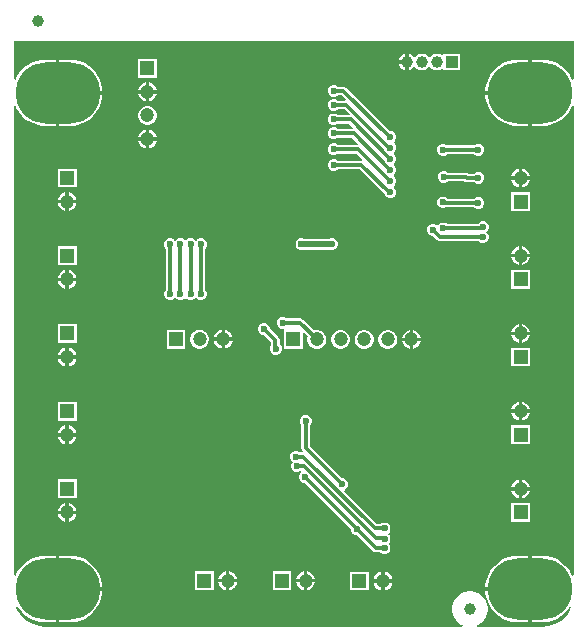
<source format=gbl>
G04*
G04 #@! TF.GenerationSoftware,Altium Limited,Altium Designer,21.8.1 (53)*
G04*
G04 Layer_Physical_Order=2*
G04 Layer_Color=16711680*
%FSLAX44Y44*%
%MOMM*%
G71*
G04*
G04 #@! TF.SameCoordinates,E292F7DC-635B-41A5-9E53-70443CF81A2D*
G04*
G04*
G04 #@! TF.FilePolarity,Positive*
G04*
G01*
G75*
%ADD21R,1.0000X1.0000*%
%ADD40C,0.3000*%
%ADD41C,0.5000*%
%ADD43R,1.2000X1.2000*%
%ADD44C,1.2000*%
%ADD45C,1.0000*%
%ADD46R,1.2000X1.2000*%
%ADD47O,7.2000X5.2000*%
%ADD48C,0.6000*%
G36*
X436941Y11444D02*
X435671Y11192D01*
X435025Y12751D01*
X432723Y16509D01*
X429860Y19860D01*
X426509Y22722D01*
X422751Y25025D01*
X418679Y26712D01*
X414394Y27741D01*
X410000Y28087D01*
X401500D01*
Y0D01*
Y-28087D01*
X410000D01*
X414394Y-27741D01*
X418679Y-26712D01*
X422751Y-25025D01*
X426509Y-22722D01*
X429860Y-19860D01*
X432723Y-16509D01*
X435025Y-12751D01*
X435671Y-11192D01*
X436941Y-11444D01*
Y-408556D01*
X435671Y-408808D01*
X435025Y-407249D01*
X432723Y-403491D01*
X429860Y-400140D01*
X426509Y-397277D01*
X422751Y-394975D01*
X418679Y-393288D01*
X414394Y-392259D01*
X410000Y-391913D01*
X401500D01*
Y-420000D01*
Y-448087D01*
X410000D01*
X414394Y-447741D01*
X418679Y-446712D01*
X422751Y-445025D01*
X426509Y-442723D01*
X429860Y-439860D01*
X432723Y-436509D01*
X433821Y-434716D01*
X434956Y-435294D01*
X434062Y-437454D01*
X431884Y-441008D01*
X429177Y-444177D01*
X426008Y-446884D01*
X422454Y-449062D01*
X418603Y-450657D01*
X414550Y-451630D01*
X410595Y-451941D01*
X410194D01*
X410076Y-451932D01*
X410076Y-451941D01*
X355444D01*
X355192Y-450671D01*
X356105Y-450293D01*
X358562Y-448651D01*
X360651Y-446562D01*
X362293Y-444105D01*
X363424Y-441375D01*
X364000Y-438477D01*
Y-435523D01*
X363424Y-432625D01*
X362293Y-429895D01*
X360651Y-427438D01*
X358562Y-425349D01*
X356105Y-423707D01*
X353375Y-422576D01*
X350477Y-422000D01*
X347523D01*
X344625Y-422576D01*
X341895Y-423707D01*
X339438Y-425349D01*
X337349Y-427438D01*
X335707Y-429895D01*
X334576Y-432625D01*
X334000Y-435523D01*
Y-438477D01*
X334576Y-441375D01*
X335707Y-444105D01*
X337349Y-446562D01*
X339438Y-448651D01*
X341895Y-450293D01*
X342808Y-450671D01*
X342556Y-451941D01*
X-8777D01*
X-10037Y-451932D01*
X-11282Y-451884D01*
X-14511Y-451630D01*
X-18564Y-450657D01*
X-22415Y-449062D01*
X-25969Y-446884D01*
X-29138Y-444177D01*
X-31845Y-441008D01*
X-34023Y-437454D01*
X-34836Y-435491D01*
X-33701Y-434912D01*
X-32722Y-436509D01*
X-29860Y-439860D01*
X-26509Y-442723D01*
X-22751Y-445025D01*
X-18679Y-446712D01*
X-14394Y-447741D01*
X-10000Y-448087D01*
X-1500D01*
Y-420000D01*
Y-391913D01*
X-10000D01*
X-14394Y-392259D01*
X-18679Y-393288D01*
X-22751Y-394975D01*
X-26509Y-397277D01*
X-29860Y-400140D01*
X-32722Y-403491D01*
X-35025Y-407249D01*
X-35671Y-408808D01*
X-36941Y-408556D01*
Y-11444D01*
X-35671Y-11192D01*
X-35025Y-12751D01*
X-32722Y-16509D01*
X-29860Y-19860D01*
X-26509Y-22722D01*
X-22751Y-25025D01*
X-18679Y-26712D01*
X-14394Y-27741D01*
X-10000Y-28087D01*
X-1500D01*
Y0D01*
Y28087D01*
X-10000D01*
X-14394Y27741D01*
X-18679Y26712D01*
X-22751Y25025D01*
X-26509Y22722D01*
X-29860Y19860D01*
X-32722Y16509D01*
X-35025Y12751D01*
X-35671Y11192D01*
X-36941Y11444D01*
Y43750D01*
X436941D01*
Y11444D01*
D02*
G37*
%LPC*%
G36*
X340700Y33250D02*
X326700D01*
Y32246D01*
X325430Y31720D01*
X325298Y31851D01*
X323702Y32773D01*
X321922Y33250D01*
X320078D01*
X318298Y32773D01*
X316702Y31851D01*
X315399Y30548D01*
X315285Y30351D01*
X314015D01*
X313901Y30548D01*
X312598Y31851D01*
X311002Y32773D01*
X309222Y33250D01*
X307378D01*
X305598Y32773D01*
X304002Y31851D01*
X302699Y30548D01*
X302585Y30351D01*
X301315D01*
X301201Y30548D01*
X299898Y31851D01*
X298302Y32773D01*
X297100Y33095D01*
Y26250D01*
X295600D01*
D01*
X297100D01*
Y19405D01*
X298302Y19727D01*
X299898Y20649D01*
X301201Y21952D01*
X301315Y22149D01*
X302585D01*
X302699Y21952D01*
X304002Y20649D01*
X305598Y19727D01*
X307378Y19250D01*
X309222D01*
X311002Y19727D01*
X312598Y20649D01*
X313901Y21952D01*
X314015Y22149D01*
X315285D01*
X315399Y21952D01*
X316702Y20649D01*
X318298Y19727D01*
X320078Y19250D01*
X321922D01*
X323702Y19727D01*
X325298Y20649D01*
X325430Y20781D01*
X326700Y20254D01*
Y19250D01*
X340700D01*
Y33250D01*
D02*
G37*
G36*
X294100Y33095D02*
X292898Y32773D01*
X291302Y31851D01*
X289999Y30548D01*
X289077Y28952D01*
X288755Y27750D01*
X294100D01*
Y33095D01*
D02*
G37*
G36*
Y24750D02*
X288755D01*
X289077Y23548D01*
X289999Y21952D01*
X291302Y20649D01*
X292898Y19727D01*
X294100Y19405D01*
Y24750D01*
D02*
G37*
G36*
X84000Y29000D02*
X68000D01*
Y13000D01*
X84000D01*
Y29000D01*
D02*
G37*
G36*
X77500Y8880D02*
Y2500D01*
X83880D01*
X83455Y4088D01*
X82402Y5912D01*
X80912Y7402D01*
X79088Y8455D01*
X77500Y8880D01*
D02*
G37*
G36*
X74500Y8880D02*
X72912Y8455D01*
X71088Y7402D01*
X69598Y5912D01*
X68545Y4088D01*
X68120Y2500D01*
X74500D01*
Y8880D01*
D02*
G37*
G36*
X10000Y28087D02*
X1500D01*
Y1500D01*
X37968D01*
X37741Y4394D01*
X36712Y8679D01*
X35025Y12751D01*
X32722Y16509D01*
X29860Y19860D01*
X26509Y22722D01*
X22751Y25025D01*
X18679Y26712D01*
X14394Y27741D01*
X10000Y28087D01*
D02*
G37*
G36*
X398500D02*
X390000D01*
X385606Y27741D01*
X381321Y26712D01*
X377249Y25025D01*
X373491Y22722D01*
X370140Y19860D01*
X367277Y16509D01*
X364975Y12751D01*
X363288Y8679D01*
X362259Y4394D01*
X362032Y1500D01*
X398500D01*
Y28087D01*
D02*
G37*
G36*
X234745Y6750D02*
X232755D01*
X230918Y5989D01*
X229511Y4582D01*
X228750Y2745D01*
Y755D01*
X229511Y-1082D01*
X230918Y-2489D01*
X232755Y-3250D01*
X234745D01*
X236582Y-2489D01*
X237253Y-1819D01*
X240522D01*
X243865Y-5161D01*
X243339Y-6431D01*
X237253D01*
X236582Y-5761D01*
X234745Y-5000D01*
X232755D01*
X230918Y-5761D01*
X229511Y-7168D01*
X228750Y-9005D01*
Y-10995D01*
X229511Y-12832D01*
X230918Y-14239D01*
X232755Y-15000D01*
X234745D01*
X236582Y-14239D01*
X237253Y-13569D01*
X243079D01*
X247269Y-17758D01*
X246783Y-18931D01*
X237253D01*
X236582Y-18261D01*
X234745Y-17500D01*
X232755D01*
X230918Y-18261D01*
X229511Y-19668D01*
X228750Y-21505D01*
Y-23495D01*
X229511Y-25332D01*
X230918Y-26739D01*
X232755Y-27500D01*
X234745D01*
X236582Y-26739D01*
X237253Y-26069D01*
X247022D01*
X250365Y-29411D01*
X249839Y-30681D01*
X237253D01*
X236582Y-30011D01*
X234745Y-29250D01*
X232755D01*
X230918Y-30011D01*
X229511Y-31418D01*
X228750Y-33255D01*
Y-35245D01*
X229511Y-37082D01*
X230918Y-38489D01*
X232755Y-39250D01*
X234745D01*
X236582Y-38489D01*
X237253Y-37819D01*
X249522D01*
X254660Y-42957D01*
X254458Y-43658D01*
X254089Y-44181D01*
X237253D01*
X236582Y-43511D01*
X234745Y-42750D01*
X232755D01*
X230918Y-43511D01*
X229511Y-44918D01*
X228750Y-46755D01*
Y-48745D01*
X229511Y-50582D01*
X230918Y-51989D01*
X232755Y-52750D01*
X234745D01*
X236582Y-51989D01*
X237253Y-51319D01*
X252829D01*
X257746Y-56235D01*
X257349Y-57192D01*
X257146Y-57431D01*
X237253D01*
X236582Y-56761D01*
X234745Y-56000D01*
X232755D01*
X230918Y-56761D01*
X229511Y-58168D01*
X228750Y-60005D01*
Y-61995D01*
X229511Y-63832D01*
X230918Y-65239D01*
X232755Y-66000D01*
X234745D01*
X236582Y-65239D01*
X237253Y-64569D01*
X255772D01*
X276964Y-85760D01*
X277511Y-87082D01*
X278918Y-88489D01*
X280755Y-89250D01*
X282745D01*
X284582Y-88489D01*
X285989Y-87082D01*
X286750Y-85245D01*
Y-83255D01*
X285989Y-81418D01*
X284899Y-80328D01*
X284700Y-79548D01*
X284899Y-78768D01*
X285989Y-77678D01*
X286750Y-75841D01*
Y-73852D01*
X285989Y-72014D01*
X284582Y-70607D01*
X284463Y-70558D01*
Y-69288D01*
X284582Y-69239D01*
X285989Y-67832D01*
X286750Y-65995D01*
Y-64005D01*
X285989Y-62168D01*
X285008Y-61187D01*
X284720Y-60375D01*
X285008Y-59563D01*
X285989Y-58582D01*
X286750Y-56745D01*
Y-54755D01*
X285989Y-52918D01*
X284852Y-51781D01*
X284688Y-51014D01*
X284852Y-50248D01*
X285989Y-49111D01*
X286750Y-47273D01*
Y-45284D01*
X285989Y-43446D01*
X285261Y-42719D01*
X284687Y-41889D01*
X285261Y-41060D01*
X285989Y-40332D01*
X286750Y-38495D01*
Y-36505D01*
X285989Y-34668D01*
X284582Y-33261D01*
X282745Y-32500D01*
X281297D01*
X244523Y4273D01*
X243366Y5047D01*
X242000Y5319D01*
X237253D01*
X236582Y5989D01*
X234745Y6750D01*
D02*
G37*
G36*
X83880Y-500D02*
X77500D01*
Y-6880D01*
X79088Y-6455D01*
X80912Y-5402D01*
X82402Y-3912D01*
X83455Y-2088D01*
X83880Y-500D01*
D02*
G37*
G36*
X74500D02*
X68120D01*
X68545Y-2088D01*
X69598Y-3912D01*
X71088Y-5402D01*
X72912Y-6455D01*
X74500Y-6880D01*
Y-500D01*
D02*
G37*
G36*
X77053Y-11000D02*
X74947D01*
X72912Y-11545D01*
X71088Y-12598D01*
X69598Y-14088D01*
X68545Y-15912D01*
X68000Y-17947D01*
Y-20053D01*
X68545Y-22088D01*
X69598Y-23912D01*
X71088Y-25402D01*
X72912Y-26455D01*
X74947Y-27000D01*
X77053D01*
X79088Y-26455D01*
X80912Y-25402D01*
X82402Y-23912D01*
X83455Y-22088D01*
X84000Y-20053D01*
Y-17947D01*
X83455Y-15912D01*
X82402Y-14088D01*
X80912Y-12598D01*
X79088Y-11545D01*
X77053Y-11000D01*
D02*
G37*
G36*
X398500Y-1500D02*
X362031D01*
X362259Y-4394D01*
X363288Y-8679D01*
X364975Y-12751D01*
X367277Y-16509D01*
X370140Y-19860D01*
X373491Y-22722D01*
X377249Y-25025D01*
X381321Y-26712D01*
X385606Y-27741D01*
X390000Y-28087D01*
X398500D01*
Y-1500D01*
D02*
G37*
G36*
X37969D02*
X1500D01*
Y-28087D01*
X10000D01*
X14394Y-27741D01*
X18679Y-26712D01*
X22751Y-25025D01*
X26509Y-22722D01*
X29860Y-19860D01*
X32722Y-16509D01*
X35025Y-12751D01*
X36712Y-8679D01*
X37741Y-4394D01*
X37969Y-1500D01*
D02*
G37*
G36*
X77500Y-31120D02*
Y-37500D01*
X83880D01*
X83455Y-35912D01*
X82402Y-34088D01*
X80912Y-32598D01*
X79088Y-31545D01*
X77500Y-31120D01*
D02*
G37*
G36*
X74500D02*
X72912Y-31545D01*
X71088Y-32598D01*
X69598Y-34088D01*
X68545Y-35912D01*
X68120Y-37500D01*
X74500D01*
Y-31120D01*
D02*
G37*
G36*
X357244Y-43000D02*
X355255D01*
X353418Y-43761D01*
X352747Y-44432D01*
X330003D01*
X329332Y-43761D01*
X327495Y-43000D01*
X325505D01*
X323668Y-43761D01*
X322261Y-45168D01*
X321500Y-47006D01*
Y-48995D01*
X322261Y-50832D01*
X323668Y-52239D01*
X325505Y-53000D01*
X327495D01*
X329332Y-52239D01*
X330003Y-51569D01*
X352747D01*
X353418Y-52239D01*
X355255Y-53000D01*
X357244D01*
X359082Y-52239D01*
X360489Y-50832D01*
X361250Y-48995D01*
Y-47005D01*
X360489Y-45168D01*
X359082Y-43761D01*
X357244Y-43000D01*
D02*
G37*
G36*
X83880Y-40500D02*
X77500D01*
Y-46880D01*
X79088Y-46455D01*
X80912Y-45402D01*
X82402Y-43912D01*
X83455Y-42088D01*
X83880Y-40500D01*
D02*
G37*
G36*
X74500D02*
X68120D01*
X68545Y-42088D01*
X69598Y-43912D01*
X71088Y-45402D01*
X72912Y-46455D01*
X74500Y-46880D01*
Y-40500D01*
D02*
G37*
G36*
X393500Y-64120D02*
Y-70500D01*
X399880D01*
X399455Y-68912D01*
X398402Y-67088D01*
X396912Y-65598D01*
X395088Y-64545D01*
X393500Y-64120D01*
D02*
G37*
G36*
X390500Y-64120D02*
X388912Y-64545D01*
X387088Y-65598D01*
X385598Y-67088D01*
X384545Y-68912D01*
X384120Y-70500D01*
X390500D01*
Y-64120D01*
D02*
G37*
G36*
X327963Y-66000D02*
X325974D01*
X324137Y-66761D01*
X322730Y-68168D01*
X321969Y-70005D01*
Y-71995D01*
X322730Y-73832D01*
X324137Y-75239D01*
X325974Y-76000D01*
X327963D01*
X329801Y-75239D01*
X330221Y-74819D01*
X344044D01*
X345134Y-75547D01*
X346500Y-75819D01*
X353247D01*
X353418Y-75989D01*
X355255Y-76750D01*
X357244D01*
X359082Y-75989D01*
X360489Y-74582D01*
X361250Y-72745D01*
Y-70755D01*
X360489Y-68918D01*
X359082Y-67511D01*
X357244Y-66750D01*
X355255D01*
X353418Y-67511D01*
X352248Y-68681D01*
X347956D01*
X346866Y-67953D01*
X345500Y-67681D01*
X330721D01*
X329801Y-66761D01*
X327963Y-66000D01*
D02*
G37*
G36*
X390500Y-73500D02*
X384120D01*
X384545Y-75088D01*
X385598Y-76912D01*
X387088Y-78402D01*
X388912Y-79455D01*
X390500Y-79880D01*
Y-73500D01*
D02*
G37*
G36*
X399880D02*
X393500D01*
Y-79880D01*
X395088Y-79455D01*
X396912Y-78402D01*
X398402Y-76912D01*
X399455Y-75088D01*
X399880Y-73500D01*
D02*
G37*
G36*
X16000Y-64000D02*
X0D01*
Y-80000D01*
X16000D01*
Y-64000D01*
D02*
G37*
G36*
X9500Y-84120D02*
Y-90500D01*
X15880D01*
X15455Y-88912D01*
X14402Y-87088D01*
X12912Y-85598D01*
X11088Y-84545D01*
X9500Y-84120D01*
D02*
G37*
G36*
X6500Y-84120D02*
X4912Y-84545D01*
X3088Y-85598D01*
X1598Y-87088D01*
X545Y-88912D01*
X120Y-90500D01*
X6500D01*
Y-84120D01*
D02*
G37*
G36*
X327233Y-87750D02*
X325244D01*
X323406Y-88511D01*
X322000Y-89918D01*
X321239Y-91755D01*
Y-93745D01*
X322000Y-95582D01*
X323406Y-96989D01*
X325244Y-97750D01*
X327233D01*
X329071Y-96989D01*
X329443Y-96617D01*
X352449D01*
X353418Y-97585D01*
X355255Y-98346D01*
X357244D01*
X359082Y-97585D01*
X360489Y-96178D01*
X361250Y-94341D01*
Y-92352D01*
X360489Y-90514D01*
X359082Y-89107D01*
X357244Y-88346D01*
X355255D01*
X353418Y-89107D01*
X353046Y-89480D01*
X330039D01*
X329071Y-88511D01*
X327233Y-87750D01*
D02*
G37*
G36*
X6500Y-93500D02*
X120D01*
X545Y-95088D01*
X1598Y-96912D01*
X3088Y-98402D01*
X4912Y-99455D01*
X6500Y-99880D01*
Y-93500D01*
D02*
G37*
G36*
X15880D02*
X9500D01*
Y-99880D01*
X11088Y-99455D01*
X12912Y-98402D01*
X14402Y-96912D01*
X15455Y-95088D01*
X15880Y-93500D01*
D02*
G37*
G36*
X400000Y-84000D02*
X384000D01*
Y-100000D01*
X400000D01*
Y-84000D01*
D02*
G37*
G36*
X361245Y-108750D02*
X359255D01*
X357418Y-109511D01*
X356011Y-110918D01*
X355902Y-111181D01*
X330003D01*
X329332Y-110511D01*
X327495Y-109750D01*
X325505D01*
X323668Y-110511D01*
X322261Y-111918D01*
X321200Y-112129D01*
X320582Y-111511D01*
X318745Y-110750D01*
X316755D01*
X314918Y-111511D01*
X313511Y-112918D01*
X312750Y-114755D01*
Y-116745D01*
X313511Y-118582D01*
X314918Y-119989D01*
X316755Y-120750D01*
X317703D01*
X321477Y-124523D01*
X322634Y-125297D01*
X324000Y-125569D01*
X356477D01*
X357032Y-126124D01*
X358870Y-126885D01*
X360859D01*
X362697Y-126124D01*
X364104Y-124718D01*
X364865Y-122880D01*
Y-120891D01*
X364104Y-119053D01*
X363075Y-118025D01*
X363082Y-117989D01*
X364489Y-116582D01*
X365250Y-114745D01*
Y-112755D01*
X364489Y-110918D01*
X363082Y-109511D01*
X361245Y-108750D01*
D02*
G37*
G36*
X232995Y-123000D02*
X231005D01*
X230011Y-123412D01*
X208389D01*
X207395Y-123000D01*
X205406D01*
X203568Y-123761D01*
X202161Y-125168D01*
X201400Y-127005D01*
Y-128995D01*
X202161Y-130832D01*
X203568Y-132239D01*
X205406Y-133000D01*
X207395D01*
X208389Y-132588D01*
X230011D01*
X231005Y-133000D01*
X232995D01*
X234832Y-132239D01*
X236239Y-130832D01*
X237000Y-128995D01*
Y-127005D01*
X236239Y-125168D01*
X234832Y-123761D01*
X232995Y-123000D01*
D02*
G37*
G36*
X122239Y-123250D02*
X120250D01*
X118412Y-124011D01*
X117751Y-124672D01*
X116922Y-125349D01*
X116092Y-124672D01*
X115431Y-124011D01*
X113593Y-123250D01*
X111604D01*
X109767Y-124011D01*
X109106Y-124672D01*
X108276Y-125349D01*
X107446Y-124672D01*
X106785Y-124011D01*
X104948Y-123250D01*
X102959D01*
X101121Y-124011D01*
X100460Y-124672D01*
X99630Y-125349D01*
X98801Y-124672D01*
X98140Y-124011D01*
X96302Y-123250D01*
X94313D01*
X92475Y-124011D01*
X91069Y-125418D01*
X90308Y-127255D01*
Y-129245D01*
X91069Y-131082D01*
X91739Y-131753D01*
Y-166651D01*
X91069Y-167322D01*
X90308Y-169159D01*
Y-171148D01*
X91069Y-172986D01*
X92475Y-174393D01*
X94313Y-175154D01*
X96302D01*
X98140Y-174393D01*
X98801Y-173732D01*
X99630Y-173055D01*
X100460Y-173732D01*
X101121Y-174393D01*
X102959Y-175154D01*
X104948D01*
X106785Y-174393D01*
X107446Y-173732D01*
X108276Y-173055D01*
X109106Y-173732D01*
X109767Y-174393D01*
X111604Y-175154D01*
X113593D01*
X115431Y-174393D01*
X116092Y-173732D01*
X116922Y-173055D01*
X117751Y-173732D01*
X118412Y-174393D01*
X120250Y-175154D01*
X122239D01*
X124077Y-174393D01*
X125483Y-172986D01*
X126244Y-171148D01*
Y-169159D01*
X125483Y-167322D01*
X124813Y-166651D01*
Y-131753D01*
X125483Y-131082D01*
X126244Y-129245D01*
Y-127255D01*
X125483Y-125418D01*
X124077Y-124011D01*
X122239Y-123250D01*
D02*
G37*
G36*
X393500Y-129932D02*
Y-136313D01*
X399880D01*
X399455Y-134725D01*
X398402Y-132900D01*
X396912Y-131411D01*
X395088Y-130358D01*
X393500Y-129932D01*
D02*
G37*
G36*
X390500Y-129932D02*
X388912Y-130358D01*
X387088Y-131411D01*
X385598Y-132900D01*
X384545Y-134725D01*
X384120Y-136313D01*
X390500D01*
Y-129932D01*
D02*
G37*
G36*
Y-139312D02*
X384120D01*
X384545Y-140900D01*
X385598Y-142725D01*
X387088Y-144214D01*
X388912Y-145267D01*
X390500Y-145693D01*
Y-139312D01*
D02*
G37*
G36*
X399880D02*
X393500D01*
Y-145693D01*
X395088Y-145267D01*
X396912Y-144214D01*
X398402Y-142725D01*
X399455Y-140900D01*
X399880Y-139312D01*
D02*
G37*
G36*
X16000Y-129812D02*
X0D01*
Y-145812D01*
X16000D01*
Y-129812D01*
D02*
G37*
G36*
X9500Y-149932D02*
Y-156313D01*
X15880D01*
X15455Y-154725D01*
X14402Y-152900D01*
X12912Y-151411D01*
X11088Y-150358D01*
X9500Y-149932D01*
D02*
G37*
G36*
X6500Y-149932D02*
X4912Y-150358D01*
X3088Y-151411D01*
X1598Y-152900D01*
X545Y-154725D01*
X120Y-156313D01*
X6500D01*
Y-149932D01*
D02*
G37*
G36*
Y-159312D02*
X120D01*
X545Y-160900D01*
X1598Y-162725D01*
X3088Y-164214D01*
X4912Y-165267D01*
X6500Y-165693D01*
Y-159312D01*
D02*
G37*
G36*
X15880D02*
X9500D01*
Y-165693D01*
X11088Y-165267D01*
X12912Y-164214D01*
X14402Y-162725D01*
X15455Y-160900D01*
X15880Y-159312D01*
D02*
G37*
G36*
X400000Y-149812D02*
X384000D01*
Y-165812D01*
X400000D01*
Y-149812D01*
D02*
G37*
G36*
X393500Y-195745D02*
Y-202125D01*
X399880D01*
X399455Y-200537D01*
X398402Y-198713D01*
X396912Y-197223D01*
X395088Y-196170D01*
X393500Y-195745D01*
D02*
G37*
G36*
X390500Y-195745D02*
X388912Y-196170D01*
X387088Y-197223D01*
X385598Y-198713D01*
X384545Y-200537D01*
X384120Y-202125D01*
X390500D01*
Y-195745D01*
D02*
G37*
G36*
X392000Y-203625D02*
D01*
D01*
D01*
D02*
G37*
G36*
X141750Y-200620D02*
Y-207000D01*
X148130D01*
X147705Y-205412D01*
X146652Y-203588D01*
X145162Y-202098D01*
X143338Y-201045D01*
X141750Y-200620D01*
D02*
G37*
G36*
X138750D02*
X137162Y-201045D01*
X135338Y-202098D01*
X133848Y-203588D01*
X132795Y-205412D01*
X132370Y-207000D01*
X138750D01*
Y-200620D01*
D02*
G37*
G36*
X301000Y-200870D02*
Y-207250D01*
X307380D01*
X306955Y-205662D01*
X305902Y-203838D01*
X304412Y-202348D01*
X302588Y-201295D01*
X301000Y-200870D01*
D02*
G37*
G36*
X298000D02*
X296412Y-201295D01*
X294588Y-202348D01*
X293098Y-203838D01*
X292045Y-205662D01*
X291620Y-207250D01*
X298000D01*
Y-200870D01*
D02*
G37*
G36*
X390500Y-205125D02*
X384120D01*
X384545Y-206713D01*
X385598Y-208537D01*
X387088Y-210026D01*
X388912Y-211080D01*
X390500Y-211505D01*
Y-205125D01*
D02*
G37*
G36*
X399880D02*
X393500D01*
Y-211505D01*
X395088Y-211080D01*
X396912Y-210026D01*
X398402Y-208537D01*
X399455Y-206713D01*
X399880Y-205125D01*
D02*
G37*
G36*
X16000Y-195625D02*
X0D01*
Y-211625D01*
X16000D01*
Y-195625D01*
D02*
G37*
G36*
X148130Y-210000D02*
X141750D01*
Y-216380D01*
X143338Y-215955D01*
X145162Y-214902D01*
X146652Y-213412D01*
X147705Y-211588D01*
X148130Y-210000D01*
D02*
G37*
G36*
X138750D02*
X132370D01*
X132795Y-211588D01*
X133848Y-213412D01*
X135338Y-214902D01*
X137162Y-215955D01*
X138750Y-216380D01*
Y-210000D01*
D02*
G37*
G36*
X121303Y-200500D02*
X119197D01*
X117162Y-201045D01*
X115338Y-202098D01*
X113848Y-203588D01*
X112795Y-205412D01*
X112250Y-207447D01*
Y-209553D01*
X112795Y-211588D01*
X113848Y-213412D01*
X115338Y-214902D01*
X117162Y-215955D01*
X119197Y-216500D01*
X121303D01*
X123338Y-215955D01*
X125162Y-214902D01*
X126652Y-213412D01*
X127705Y-211588D01*
X128250Y-209553D01*
Y-207447D01*
X127705Y-205412D01*
X126652Y-203588D01*
X125162Y-202098D01*
X123338Y-201045D01*
X121303Y-200500D01*
D02*
G37*
G36*
X108250D02*
X92250D01*
Y-216500D01*
X108250D01*
Y-200500D01*
D02*
G37*
G36*
X307380Y-210250D02*
X301000D01*
Y-216630D01*
X302588Y-216205D01*
X304412Y-215152D01*
X305902Y-213662D01*
X306955Y-211838D01*
X307380Y-210250D01*
D02*
G37*
G36*
X298000D02*
X291620D01*
X292045Y-211838D01*
X293098Y-213662D01*
X294588Y-215152D01*
X296412Y-216205D01*
X298000Y-216630D01*
Y-210250D01*
D02*
G37*
G36*
X280553Y-200750D02*
X278447D01*
X276412Y-201295D01*
X274588Y-202348D01*
X273098Y-203838D01*
X272045Y-205662D01*
X271500Y-207697D01*
Y-209803D01*
X272045Y-211838D01*
X273098Y-213662D01*
X274588Y-215152D01*
X276412Y-216205D01*
X278447Y-216750D01*
X280553D01*
X282588Y-216205D01*
X284412Y-215152D01*
X285902Y-213662D01*
X286955Y-211838D01*
X287500Y-209803D01*
Y-207697D01*
X286955Y-205662D01*
X285902Y-203838D01*
X284412Y-202348D01*
X282588Y-201295D01*
X280553Y-200750D01*
D02*
G37*
G36*
X260553D02*
X258447D01*
X256412Y-201295D01*
X254588Y-202348D01*
X253098Y-203838D01*
X252045Y-205662D01*
X251500Y-207697D01*
Y-209803D01*
X252045Y-211838D01*
X253098Y-213662D01*
X254588Y-215152D01*
X256412Y-216205D01*
X258447Y-216750D01*
X260553D01*
X262588Y-216205D01*
X264412Y-215152D01*
X265902Y-213662D01*
X266955Y-211838D01*
X267500Y-209803D01*
Y-207697D01*
X266955Y-205662D01*
X265902Y-203838D01*
X264412Y-202348D01*
X262588Y-201295D01*
X260553Y-200750D01*
D02*
G37*
G36*
X240553D02*
X238447D01*
X236412Y-201295D01*
X234588Y-202348D01*
X233098Y-203838D01*
X232045Y-205662D01*
X231500Y-207697D01*
Y-209803D01*
X232045Y-211838D01*
X233098Y-213662D01*
X234588Y-215152D01*
X236412Y-216205D01*
X238447Y-216750D01*
X240553D01*
X242588Y-216205D01*
X244412Y-215152D01*
X245902Y-213662D01*
X246955Y-211838D01*
X247500Y-209803D01*
Y-207697D01*
X246955Y-205662D01*
X245902Y-203838D01*
X244412Y-202348D01*
X242588Y-201295D01*
X240553Y-200750D01*
D02*
G37*
G36*
X191495Y-189500D02*
X189505D01*
X187668Y-190261D01*
X186261Y-191668D01*
X185500Y-193505D01*
Y-195495D01*
X186261Y-197332D01*
X187668Y-198739D01*
X189505Y-199500D01*
X191452Y-199500D01*
X191500Y-200750D01*
X191500Y-200750D01*
X191500Y-201947D01*
X191500Y-201948D01*
X191500Y-202002D01*
Y-216750D01*
X207500D01*
Y-203456D01*
X208673Y-202970D01*
X211901Y-206198D01*
X211500Y-207697D01*
Y-209803D01*
X212045Y-211838D01*
X213098Y-213662D01*
X214588Y-215152D01*
X216412Y-216205D01*
X218447Y-216750D01*
X220553D01*
X222588Y-216205D01*
X224412Y-215152D01*
X225902Y-213662D01*
X226955Y-211838D01*
X227500Y-209803D01*
Y-207697D01*
X226955Y-205662D01*
X225902Y-203838D01*
X224412Y-202348D01*
X222588Y-201295D01*
X220553Y-200750D01*
X218447D01*
X216948Y-201152D01*
X207773Y-191977D01*
X206616Y-191203D01*
X205250Y-190931D01*
X194002D01*
X193332Y-190261D01*
X191495Y-189500D01*
D02*
G37*
G36*
X175495Y-194808D02*
X173505D01*
X171668Y-195569D01*
X170261Y-196975D01*
X169500Y-198813D01*
Y-200802D01*
X170261Y-202640D01*
X171668Y-204046D01*
X173505Y-204808D01*
X175073D01*
X180743Y-210478D01*
Y-213436D01*
X180511Y-213668D01*
X179750Y-215505D01*
Y-217495D01*
X180511Y-219332D01*
X181918Y-220739D01*
X183755Y-221500D01*
X185745D01*
X187582Y-220739D01*
X188989Y-219332D01*
X189750Y-217495D01*
Y-215505D01*
X188989Y-213668D01*
X187880Y-212559D01*
Y-209000D01*
X187609Y-207634D01*
X186835Y-206477D01*
X179500Y-199142D01*
Y-198813D01*
X178739Y-196975D01*
X177332Y-195569D01*
X175495Y-194808D01*
D02*
G37*
G36*
X9500Y-215745D02*
Y-222125D01*
X15880D01*
X15455Y-220537D01*
X14402Y-218713D01*
X12912Y-217223D01*
X11088Y-216170D01*
X9500Y-215745D01*
D02*
G37*
G36*
X6500Y-215745D02*
X4912Y-216170D01*
X3088Y-217223D01*
X1598Y-218713D01*
X545Y-220537D01*
X120Y-222125D01*
X6500D01*
Y-215745D01*
D02*
G37*
G36*
Y-225125D02*
X120D01*
X545Y-226713D01*
X1598Y-228537D01*
X3088Y-230026D01*
X4912Y-231080D01*
X6500Y-231505D01*
Y-225125D01*
D02*
G37*
G36*
X15880D02*
X9500D01*
Y-231505D01*
X11088Y-231080D01*
X12912Y-230026D01*
X14402Y-228537D01*
X15455Y-226713D01*
X15880Y-225125D01*
D02*
G37*
G36*
X400000Y-215625D02*
X384000D01*
Y-231625D01*
X400000D01*
Y-215625D01*
D02*
G37*
G36*
X393500Y-261557D02*
Y-267937D01*
X399880D01*
X399455Y-266350D01*
X398402Y-264525D01*
X396912Y-263036D01*
X395088Y-261983D01*
X393500Y-261557D01*
D02*
G37*
G36*
X390500Y-261557D02*
X388912Y-261983D01*
X387088Y-263036D01*
X385598Y-264525D01*
X384545Y-266350D01*
X384120Y-267937D01*
X390500D01*
Y-261557D01*
D02*
G37*
G36*
Y-270937D02*
X384120D01*
X384545Y-272525D01*
X385598Y-274349D01*
X387088Y-275839D01*
X388912Y-276892D01*
X390500Y-277318D01*
Y-270937D01*
D02*
G37*
G36*
X399880D02*
X393500D01*
Y-277318D01*
X395088Y-276892D01*
X396912Y-275839D01*
X398402Y-274349D01*
X399455Y-272525D01*
X399880Y-270937D01*
D02*
G37*
G36*
X16000Y-261437D02*
X0D01*
Y-277437D01*
X16000D01*
Y-261437D01*
D02*
G37*
G36*
X9500Y-281557D02*
Y-287938D01*
X15880D01*
X15455Y-286350D01*
X14402Y-284525D01*
X12912Y-283036D01*
X11088Y-281983D01*
X9500Y-281557D01*
D02*
G37*
G36*
X6500D02*
X4912Y-281983D01*
X3088Y-283036D01*
X1598Y-284525D01*
X545Y-286350D01*
X120Y-287938D01*
X6500D01*
Y-281557D01*
D02*
G37*
G36*
X15880Y-290938D02*
X9500D01*
Y-297318D01*
X11088Y-296892D01*
X12912Y-295839D01*
X14402Y-294349D01*
X15455Y-292525D01*
X15880Y-290938D01*
D02*
G37*
G36*
X6500D02*
X120D01*
X545Y-292525D01*
X1598Y-294349D01*
X3088Y-295839D01*
X4912Y-296892D01*
X6500Y-297318D01*
Y-290938D01*
D02*
G37*
G36*
X400000Y-281437D02*
X384000D01*
Y-297437D01*
X400000D01*
Y-281437D01*
D02*
G37*
G36*
X210994Y-273000D02*
X209005D01*
X207168Y-273761D01*
X205761Y-275168D01*
X205000Y-277005D01*
Y-278995D01*
X205761Y-280832D01*
X206431Y-281502D01*
Y-300558D01*
X206703Y-301923D01*
X207477Y-303081D01*
X206931Y-304331D01*
X205252D01*
X204582Y-303661D01*
X202745Y-302900D01*
X200756D01*
X198918Y-303661D01*
X197511Y-305068D01*
X196750Y-306905D01*
Y-308895D01*
X197511Y-310732D01*
X198918Y-312139D01*
X198923Y-312164D01*
X198036Y-313050D01*
X197275Y-314888D01*
Y-316877D01*
X198036Y-318715D01*
X199443Y-320121D01*
X201281Y-320883D01*
X203270D01*
X205107Y-320121D01*
X205362Y-319867D01*
X205592Y-319927D01*
X205663Y-320050D01*
X205868Y-321311D01*
X204790Y-322389D01*
X204029Y-324227D01*
Y-326216D01*
X204790Y-328054D01*
X206196Y-329460D01*
X208034Y-330221D01*
X208982D01*
X248279Y-369518D01*
Y-370466D01*
X249040Y-372304D01*
X250446Y-373710D01*
X252284Y-374471D01*
X253232D01*
X266727Y-387966D01*
X267884Y-388739D01*
X269250Y-389011D01*
X273190D01*
X273918Y-389739D01*
X275755Y-390500D01*
X277745D01*
X279582Y-389739D01*
X280989Y-388332D01*
X281750Y-386495D01*
Y-384505D01*
X280989Y-382668D01*
X279821Y-381500D01*
X280989Y-380332D01*
X281750Y-378495D01*
Y-376505D01*
X280989Y-374668D01*
X280276Y-373955D01*
X279680Y-373125D01*
X280276Y-372295D01*
X280989Y-371582D01*
X281750Y-369745D01*
Y-367755D01*
X280989Y-365918D01*
X279582Y-364511D01*
X277745Y-363750D01*
X275755D01*
X273918Y-364511D01*
X273248Y-365181D01*
X270478D01*
X242714Y-337417D01*
X243012Y-335919D01*
X243678Y-335643D01*
X245085Y-334236D01*
X245846Y-332398D01*
Y-330409D01*
X245085Y-328572D01*
X243678Y-327165D01*
X241841Y-326404D01*
X240893D01*
X213569Y-299079D01*
Y-281502D01*
X214239Y-280832D01*
X215000Y-278995D01*
Y-277005D01*
X214239Y-275168D01*
X212832Y-273761D01*
X210994Y-273000D01*
D02*
G37*
G36*
X393500Y-327370D02*
Y-333750D01*
X399880D01*
X399455Y-332162D01*
X398402Y-330338D01*
X396912Y-328848D01*
X395088Y-327795D01*
X393500Y-327370D01*
D02*
G37*
G36*
X390500Y-327370D02*
X388912Y-327795D01*
X387088Y-328848D01*
X385598Y-330338D01*
X384545Y-332162D01*
X384120Y-333750D01*
X390500D01*
Y-327370D01*
D02*
G37*
G36*
Y-336750D02*
X384120D01*
X384545Y-338338D01*
X385598Y-340162D01*
X387088Y-341651D01*
X388912Y-342705D01*
X390500Y-343130D01*
Y-336750D01*
D02*
G37*
G36*
X399880D02*
X393500D01*
Y-343130D01*
X395088Y-342705D01*
X396912Y-341651D01*
X398402Y-340162D01*
X399455Y-338338D01*
X399880Y-336750D01*
D02*
G37*
G36*
X16000Y-327250D02*
X0D01*
Y-343250D01*
X16000D01*
Y-327250D01*
D02*
G37*
G36*
X9500Y-347370D02*
Y-353750D01*
X15880D01*
X15455Y-352162D01*
X14402Y-350338D01*
X12912Y-348848D01*
X11088Y-347795D01*
X9500Y-347370D01*
D02*
G37*
G36*
X6500D02*
X4912Y-347795D01*
X3088Y-348848D01*
X1598Y-350338D01*
X545Y-352162D01*
X120Y-353750D01*
X6500D01*
Y-347370D01*
D02*
G37*
G36*
Y-356750D02*
X120D01*
X545Y-358338D01*
X1598Y-360162D01*
X3088Y-361651D01*
X4912Y-362705D01*
X6500Y-363130D01*
Y-356750D01*
D02*
G37*
G36*
X15880D02*
X9500D01*
Y-363130D01*
X11088Y-362705D01*
X12912Y-361651D01*
X14402Y-360162D01*
X15455Y-358338D01*
X15880Y-356750D01*
D02*
G37*
G36*
X400000Y-347250D02*
X384000D01*
Y-363250D01*
X400000D01*
Y-347250D01*
D02*
G37*
G36*
X211500Y-405120D02*
Y-411500D01*
X217880D01*
X217455Y-409912D01*
X216402Y-408088D01*
X214912Y-406598D01*
X213088Y-405545D01*
X211500Y-405120D01*
D02*
G37*
G36*
X208500D02*
X206912Y-405545D01*
X205088Y-406598D01*
X203598Y-408088D01*
X202545Y-409912D01*
X202120Y-411500D01*
X208500D01*
Y-405120D01*
D02*
G37*
G36*
X145500D02*
Y-411500D01*
X151880D01*
X151455Y-409912D01*
X150402Y-408088D01*
X148912Y-406598D01*
X147088Y-405545D01*
X145500Y-405120D01*
D02*
G37*
G36*
X142500D02*
X140912Y-405545D01*
X139088Y-406598D01*
X137598Y-408088D01*
X136545Y-409912D01*
X136120Y-411500D01*
X142500D01*
Y-405120D01*
D02*
G37*
G36*
X277000Y-405370D02*
Y-411750D01*
X283380D01*
X282955Y-410162D01*
X281902Y-408338D01*
X280412Y-406848D01*
X278588Y-405795D01*
X277000Y-405370D01*
D02*
G37*
G36*
X274000D02*
X272412Y-405795D01*
X270588Y-406848D01*
X269098Y-408338D01*
X268045Y-410162D01*
X267620Y-411750D01*
X274000D01*
Y-405370D01*
D02*
G37*
G36*
X10000Y-391913D02*
X1500D01*
Y-418500D01*
X37969D01*
X37741Y-415606D01*
X36712Y-411321D01*
X35025Y-407249D01*
X32722Y-403491D01*
X29860Y-400140D01*
X26509Y-397277D01*
X22751Y-394975D01*
X18679Y-393288D01*
X14394Y-392259D01*
X10000Y-391913D01*
D02*
G37*
G36*
X398500D02*
X390000D01*
X385606Y-392259D01*
X381321Y-393288D01*
X377249Y-394975D01*
X373491Y-397277D01*
X370140Y-400140D01*
X367277Y-403491D01*
X364975Y-407249D01*
X363288Y-411321D01*
X362259Y-415606D01*
X362031Y-418500D01*
X398500D01*
Y-391913D01*
D02*
G37*
G36*
X217880Y-414500D02*
X211500D01*
Y-420880D01*
X213088Y-420455D01*
X214912Y-419402D01*
X216402Y-417912D01*
X217455Y-416088D01*
X217880Y-414500D01*
D02*
G37*
G36*
X208500D02*
X202120D01*
X202545Y-416088D01*
X203598Y-417912D01*
X205088Y-419402D01*
X206912Y-420455D01*
X208500Y-420880D01*
Y-414500D01*
D02*
G37*
G36*
X151880D02*
X145500D01*
Y-420880D01*
X147088Y-420455D01*
X148912Y-419402D01*
X150402Y-417912D01*
X151455Y-416088D01*
X151880Y-414500D01*
D02*
G37*
G36*
X142500D02*
X136120D01*
X136545Y-416088D01*
X137598Y-417912D01*
X139088Y-419402D01*
X140912Y-420455D01*
X142500Y-420880D01*
Y-414500D01*
D02*
G37*
G36*
X198000Y-405000D02*
X182000D01*
Y-421000D01*
X198000D01*
Y-405000D01*
D02*
G37*
G36*
X132000D02*
X116000D01*
Y-421000D01*
X132000D01*
Y-405000D01*
D02*
G37*
G36*
X283380Y-414750D02*
X277000D01*
Y-421130D01*
X278588Y-420705D01*
X280412Y-419652D01*
X281902Y-418162D01*
X282955Y-416338D01*
X283380Y-414750D01*
D02*
G37*
G36*
X274000D02*
X267620D01*
X268045Y-416338D01*
X269098Y-418162D01*
X270588Y-419652D01*
X272412Y-420705D01*
X274000Y-421130D01*
Y-414750D01*
D02*
G37*
G36*
X263500Y-405250D02*
X247500D01*
Y-421250D01*
X263500D01*
Y-405250D01*
D02*
G37*
G36*
X398500Y-421500D02*
X362032D01*
X362259Y-424394D01*
X363288Y-428679D01*
X364975Y-432751D01*
X367277Y-436509D01*
X370140Y-439860D01*
X373491Y-442723D01*
X377249Y-445025D01*
X381321Y-446712D01*
X385606Y-447741D01*
X390000Y-448087D01*
X398500D01*
Y-421500D01*
D02*
G37*
G36*
X37968D02*
X1500D01*
Y-448087D01*
X10000D01*
X14394Y-447741D01*
X18679Y-446712D01*
X22751Y-445025D01*
X26509Y-442723D01*
X29860Y-439860D01*
X32722Y-436509D01*
X35025Y-432751D01*
X36712Y-428679D01*
X37741Y-424394D01*
X37968Y-421500D01*
D02*
G37*
%LPD*%
D21*
X333700Y26250D02*
D03*
D40*
X355952Y-93048D02*
X356250Y-93346D01*
X327162Y-93048D02*
X355952D01*
X326551Y-92437D02*
X327162Y-93048D01*
X355750Y-72250D02*
X356250Y-71750D01*
X346500Y-72250D02*
X355750D01*
X359750Y-122000D02*
X359865Y-121885D01*
X324000Y-122000D02*
X359750D01*
X326500Y-114750D02*
X358438D01*
X359438Y-113750D01*
X360250D01*
X356250Y-48000D02*
X356250Y-48000D01*
X326500Y-48000D02*
X356250D01*
X345500Y-71250D02*
X346500Y-72250D01*
X327219Y-71250D02*
X345500D01*
X317750Y-115750D02*
X324000Y-122000D01*
X326969Y-71000D02*
X327219Y-71250D01*
X190500Y-194500D02*
X205250D01*
X219500Y-208750D01*
X121244Y-170154D02*
Y-128250D01*
X112599Y-170154D02*
Y-128250D01*
X103953Y-170154D02*
Y-128250D01*
X95308Y-170154D02*
Y-128250D01*
X175119Y-199808D02*
X184312Y-209000D01*
X174500Y-199808D02*
X175119D01*
X184312Y-216062D02*
Y-209000D01*
Y-216062D02*
X184750Y-216500D01*
X253279Y-369471D02*
X269250Y-385442D01*
X276692D01*
X276750Y-385500D01*
X233750Y-22500D02*
X248500D01*
X233750Y1750D02*
X242000D01*
X248500Y-22500D02*
X281750Y-55750D01*
X280837Y-46279D02*
X281471D01*
X244558Y-10000D02*
X280837Y-46279D01*
X257250Y-61000D02*
X280500Y-84250D01*
X233000Y-61000D02*
X257250D01*
X280500Y-84250D02*
X280750D01*
X232750Y-34250D02*
X251000D01*
X281750Y-65000D01*
X254308Y-47750D02*
X281404Y-74846D01*
X233750Y-47750D02*
X254308D01*
X233750Y-10000D02*
X244558D01*
X242000Y1750D02*
X281250Y-37500D01*
X210000Y-300558D02*
Y-278000D01*
Y-300558D02*
X240846Y-331404D01*
X269000Y-368750D02*
X276750D01*
X208150Y-307900D02*
X269000Y-368750D01*
X201750Y-307900D02*
X208150D01*
X269926Y-376926D02*
X276176D01*
X208883Y-315883D02*
X269926Y-376926D01*
X276176D02*
X276750Y-377500D01*
X209029Y-325221D02*
X253279Y-369471D01*
X202275Y-315883D02*
X208883D01*
D41*
X206400Y-128000D02*
X232000D01*
D43*
X8000Y-72000D02*
D03*
X76000Y21000D02*
D03*
X392000Y-92000D02*
D03*
Y-157812D02*
D03*
X8000Y-137812D02*
D03*
X392000Y-223625D02*
D03*
X8000Y-203625D02*
D03*
X392000Y-289437D02*
D03*
X8000Y-269437D02*
D03*
X392000Y-355250D02*
D03*
X8000Y-335250D02*
D03*
D44*
Y-92000D02*
D03*
X76000Y-19000D02*
D03*
Y1000D02*
D03*
Y-39000D02*
D03*
X275500Y-413250D02*
D03*
X210000Y-413000D02*
D03*
X144000D02*
D03*
X299500Y-208750D02*
D03*
X279500D02*
D03*
X259500D02*
D03*
X219500D02*
D03*
X239500D02*
D03*
X140250Y-208500D02*
D03*
X120250D02*
D03*
X392000Y-72000D02*
D03*
Y-137812D02*
D03*
X8000Y-157812D02*
D03*
X392000Y-203625D02*
D03*
X8000Y-223625D02*
D03*
X392000Y-269437D02*
D03*
X8000Y-289437D02*
D03*
X392000Y-335250D02*
D03*
X8000Y-355250D02*
D03*
D45*
X349000Y-437000D02*
D03*
X-17000Y61000D02*
D03*
X321000Y26250D02*
D03*
X295600D02*
D03*
X308300D02*
D03*
D46*
X255500Y-413250D02*
D03*
X190000Y-413000D02*
D03*
X124000D02*
D03*
X199500Y-208750D02*
D03*
X100250Y-208500D02*
D03*
D47*
X0Y-420000D02*
D03*
X400000D02*
D03*
Y0D02*
D03*
X0D02*
D03*
D48*
X21408Y-252934D02*
D03*
X20408Y-287934D02*
D03*
X362908Y32566D02*
D03*
X305408Y-25934D02*
D03*
X109408Y-33684D02*
D03*
X80408Y-55184D02*
D03*
X54158Y-52934D02*
D03*
X-11092Y-90684D02*
D03*
X11658Y-105434D02*
D03*
X39908Y-130684D02*
D03*
X45658Y-95184D02*
D03*
X73908Y-120434D02*
D03*
X90658Y-104684D02*
D03*
X132158Y-127684D02*
D03*
X50158Y-156434D02*
D03*
X6408Y-191184D02*
D03*
X30908Y-165684D02*
D03*
X44408Y-198684D02*
D03*
X87908Y-196434D02*
D03*
X129408Y-193434D02*
D03*
X158158Y-208684D02*
D03*
X229158Y-195934D02*
D03*
X236658Y-221684D02*
D03*
X265408Y-221184D02*
D03*
X270158Y-192684D02*
D03*
X304158Y-190184D02*
D03*
X356250Y-93346D02*
D03*
Y-71750D02*
D03*
X359865Y-121885D02*
D03*
X360250Y-113750D02*
D03*
X356250Y-48000D02*
D03*
X350750Y-180750D02*
D03*
X284000Y17750D02*
D03*
X190500Y-194500D02*
D03*
X95308Y-170154D02*
D03*
X103953D02*
D03*
X112599D02*
D03*
X121244D02*
D03*
X103953Y-128250D02*
D03*
X95308D02*
D03*
X112599D02*
D03*
X121244D02*
D03*
X46250Y-277500D02*
D03*
X44750Y-223500D02*
D03*
X174500Y-199808D02*
D03*
X172757Y-227007D02*
D03*
X152616Y-231500D02*
D03*
X184750Y-216500D02*
D03*
X27846Y-73096D02*
D03*
X128750Y-252000D02*
D03*
X170500Y-258750D02*
D03*
X64250Y-383250D02*
D03*
X88250Y-343750D02*
D03*
X157750Y-278500D02*
D03*
X130000Y-346000D02*
D03*
X159000Y-345750D02*
D03*
X186250Y-349250D02*
D03*
X156250Y-361750D02*
D03*
X142250Y-389250D02*
D03*
X164500Y-408625D02*
D03*
X201500Y-381750D02*
D03*
X241000Y-382000D02*
D03*
X217500Y-401500D02*
D03*
X239250Y-420000D02*
D03*
X274250Y-396250D02*
D03*
X289750Y-428250D02*
D03*
X350500Y-413250D02*
D03*
X350750Y-375000D02*
D03*
X349000Y-342750D02*
D03*
X306000Y-315250D02*
D03*
X289750Y-327000D02*
D03*
X270000Y-322000D02*
D03*
X250750Y-318500D02*
D03*
X252750Y-293750D02*
D03*
X285500Y-294000D02*
D03*
X272000Y-273750D02*
D03*
X250000D02*
D03*
X257000Y-247500D02*
D03*
X311500Y-238250D02*
D03*
X335500Y-192000D02*
D03*
X349000Y-141250D02*
D03*
X319750Y-157250D02*
D03*
X304750Y-127250D02*
D03*
X250000Y-200250D02*
D03*
X149750Y-176000D02*
D03*
X168500Y-124000D02*
D03*
X144250Y-93000D02*
D03*
X97000Y-224250D02*
D03*
X191500Y-232500D02*
D03*
X190000Y-279250D02*
D03*
X125750Y-273750D02*
D03*
X165500Y-326250D02*
D03*
X150000D02*
D03*
X165000Y-314250D02*
D03*
X150250Y-314000D02*
D03*
X165500Y-302000D02*
D03*
X149500Y-301500D02*
D03*
X83750Y-257000D02*
D03*
X83500Y-313250D02*
D03*
X89500Y-372000D02*
D03*
X84500Y-413750D02*
D03*
X40750Y-396000D02*
D03*
X30000Y-362500D02*
D03*
X46250Y-326750D02*
D03*
X-4500Y-216000D02*
D03*
X2000Y-173250D02*
D03*
X44750Y-27000D02*
D03*
X6500Y-37500D02*
D03*
X-29500Y-55500D02*
D03*
X-28250Y-124250D02*
D03*
X-27250Y-184250D02*
D03*
X-31000Y-266000D02*
D03*
X-28750Y-328750D02*
D03*
X-31750Y-387500D02*
D03*
X47000Y-445500D02*
D03*
X94500Y-443500D02*
D03*
X169750Y-441500D02*
D03*
X240000Y-445500D02*
D03*
X323771Y-442932D02*
D03*
X384250Y-384750D02*
D03*
X426000Y-369500D02*
D03*
X376500Y-312000D02*
D03*
X426500Y-307250D02*
D03*
X407250Y-280750D02*
D03*
X428000Y-240000D02*
D03*
X390250Y-239500D02*
D03*
X430500Y-190000D02*
D03*
X395250Y-172500D02*
D03*
X426500Y-119000D02*
D03*
X429250Y-156500D02*
D03*
X432500Y-79000D02*
D03*
X395000Y-110000D02*
D03*
X418250Y-42500D02*
D03*
X361750Y-37500D02*
D03*
X431000Y32000D02*
D03*
X393000Y38500D02*
D03*
X305250Y-9750D02*
D03*
X323000Y-18250D02*
D03*
X324250Y7250D02*
D03*
X184750Y-11750D02*
D03*
X161000Y-47250D02*
D03*
X184000Y-37750D02*
D03*
X215000Y-39000D02*
D03*
X212250Y750D02*
D03*
X165000Y5000D02*
D03*
X217000Y32250D02*
D03*
X185250Y31500D02*
D03*
X156250Y30000D02*
D03*
X-29750Y37250D02*
D03*
X-8250Y36750D02*
D03*
X12250Y37500D02*
D03*
X36174Y37176D02*
D03*
X58250Y38250D02*
D03*
X84500Y38000D02*
D03*
X112000Y37500D02*
D03*
X114500Y25750D02*
D03*
X96000Y11250D02*
D03*
X154250Y-17500D02*
D03*
X116500Y-15750D02*
D03*
X157000Y-65000D02*
D03*
X183250Y-71750D02*
D03*
X215250D02*
D03*
X245750Y-73000D02*
D03*
X243500Y-169750D02*
D03*
X268750Y-147750D02*
D03*
X273188Y-124438D02*
D03*
X270881Y-94102D02*
D03*
X260500Y-100000D02*
D03*
X252500Y-125750D02*
D03*
X243750Y-142250D02*
D03*
X225250Y-176000D02*
D03*
X226750Y-155000D02*
D03*
X210500Y-155250D02*
D03*
X276750Y-385500D02*
D03*
X281750Y-46279D02*
D03*
Y-84250D02*
D03*
Y-65000D02*
D03*
Y-55750D02*
D03*
X317750Y-115750D02*
D03*
X326500Y-114750D02*
D03*
X326239Y-92750D02*
D03*
X326969Y-71000D02*
D03*
X326500Y-48000D02*
D03*
X233750Y-61000D02*
D03*
X281750Y-74846D02*
D03*
X233750Y-47750D02*
D03*
Y-34250D02*
D03*
X210000Y-278000D02*
D03*
X232000Y-128000D02*
D03*
X206400D02*
D03*
X240846Y-331404D02*
D03*
X209029Y-325221D02*
D03*
X253279Y-369471D02*
D03*
X276750Y-377500D02*
D03*
Y-368750D02*
D03*
X202275Y-315883D02*
D03*
X201750Y-307900D02*
D03*
X233750Y-22500D02*
D03*
Y-10000D02*
D03*
X281750Y-37500D02*
D03*
X233750Y1750D02*
D03*
M02*

</source>
